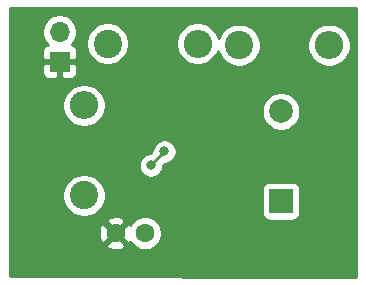
<source format=gbl>
%TF.GenerationSoftware,KiCad,Pcbnew,(5.1.6-0-10_14)*%
%TF.CreationDate,2020-09-05T01:35:09-04:00*%
%TF.ProjectId,solder_beep,736f6c64-6572-45f6-9265-65702e6b6963,rev?*%
%TF.SameCoordinates,Original*%
%TF.FileFunction,Copper,L2,Bot*%
%TF.FilePolarity,Positive*%
%FSLAX46Y46*%
G04 Gerber Fmt 4.6, Leading zero omitted, Abs format (unit mm)*
G04 Created by KiCad (PCBNEW (5.1.6-0-10_14)) date 2020-09-05 01:35:09*
%MOMM*%
%LPD*%
G01*
G04 APERTURE LIST*
%TA.AperFunction,ComponentPad*%
%ADD10O,2.400000X2.400000*%
%TD*%
%TA.AperFunction,ComponentPad*%
%ADD11C,2.400000*%
%TD*%
%TA.AperFunction,ComponentPad*%
%ADD12C,1.600000*%
%TD*%
%TA.AperFunction,ComponentPad*%
%ADD13O,1.700000X1.700000*%
%TD*%
%TA.AperFunction,ComponentPad*%
%ADD14R,1.700000X1.700000*%
%TD*%
%TA.AperFunction,ComponentPad*%
%ADD15C,2.000000*%
%TD*%
%TA.AperFunction,ComponentPad*%
%ADD16R,2.000000X2.000000*%
%TD*%
%TA.AperFunction,ViaPad*%
%ADD17C,0.800000*%
%TD*%
%TA.AperFunction,Conductor*%
%ADD18C,0.250000*%
%TD*%
%TA.AperFunction,Conductor*%
%ADD19C,0.254000*%
%TD*%
G04 APERTURE END LIST*
D10*
%TO.P,R2,2*%
%TO.N,VCC*%
X32572960Y14996160D03*
D11*
%TO.P,R2,1*%
%TO.N,Net-(D2-Pad2)*%
X32572960Y7376160D03*
%TD*%
D10*
%TO.P,R3,2*%
%TO.N,Net-(R1-Pad1)*%
X42199560Y20228560D03*
D11*
%TO.P,R3,1*%
%TO.N,VCC*%
X34579560Y20228560D03*
%TD*%
D10*
%TO.P,R1,2*%
%TO.N,Net-(C1-Pad1)*%
X53324760Y20091400D03*
D11*
%TO.P,R1,1*%
%TO.N,Net-(R1-Pad1)*%
X45704760Y20091400D03*
%TD*%
D12*
%TO.P,C1,2*%
%TO.N,GND*%
X35249480Y4175760D03*
%TO.P,C1,1*%
%TO.N,Net-(C1-Pad1)*%
X37749480Y4175760D03*
%TD*%
D13*
%TO.P,J1,2*%
%TO.N,VCC*%
X30515560Y21229320D03*
D14*
%TO.P,J1,1*%
%TO.N,GND*%
X30515560Y18689320D03*
%TD*%
D15*
%TO.P,BZ1,2*%
%TO.N,VCC*%
X49265840Y14488480D03*
D16*
%TO.P,BZ1,1*%
%TO.N,Net-(BZ1-Pad1)*%
X49265840Y6888480D03*
%TD*%
D17*
%TO.N,Net-(C1-Pad1)*%
X38245111Y9924111D03*
X39385240Y11099800D03*
%TD*%
D18*
%TO.N,Net-(C1-Pad1)*%
X38245111Y9959671D02*
X39385240Y11099800D01*
X38245111Y9924111D02*
X38245111Y9959671D01*
%TD*%
D19*
%TO.N,GND*%
G36*
X55600443Y23231789D02*
G01*
X55581238Y493458D01*
X26354083Y542068D01*
X26351851Y3183058D01*
X34436383Y3183058D01*
X34507966Y2939089D01*
X34763476Y2818189D01*
X35037664Y2749460D01*
X35319992Y2735543D01*
X35599610Y2776973D01*
X35865772Y2872157D01*
X35990994Y2939089D01*
X36062577Y3183058D01*
X35249480Y3996155D01*
X34436383Y3183058D01*
X26351851Y3183058D01*
X26351071Y4105248D01*
X33809263Y4105248D01*
X33850693Y3825630D01*
X33945877Y3559468D01*
X34012809Y3434246D01*
X34256778Y3362663D01*
X35069875Y4175760D01*
X35429085Y4175760D01*
X36242182Y3362663D01*
X36486151Y3434246D01*
X36499804Y3463101D01*
X36634843Y3261001D01*
X36834721Y3061123D01*
X37069753Y2904080D01*
X37330906Y2795907D01*
X37608145Y2740760D01*
X37890815Y2740760D01*
X38168054Y2795907D01*
X38429207Y2904080D01*
X38664239Y3061123D01*
X38864117Y3261001D01*
X39021160Y3496033D01*
X39129333Y3757186D01*
X39184480Y4034425D01*
X39184480Y4317095D01*
X39129333Y4594334D01*
X39021160Y4855487D01*
X38864117Y5090519D01*
X38664239Y5290397D01*
X38429207Y5447440D01*
X38168054Y5555613D01*
X37890815Y5610760D01*
X37608145Y5610760D01*
X37330906Y5555613D01*
X37069753Y5447440D01*
X36834721Y5290397D01*
X36634843Y5090519D01*
X36500788Y4889891D01*
X36486151Y4917274D01*
X36242182Y4988857D01*
X35429085Y4175760D01*
X35069875Y4175760D01*
X34256778Y4988857D01*
X34012809Y4917274D01*
X33891909Y4661764D01*
X33823180Y4387576D01*
X33809263Y4105248D01*
X26351071Y4105248D01*
X26350172Y5168462D01*
X34436383Y5168462D01*
X35249480Y4355365D01*
X36062577Y5168462D01*
X35990994Y5412431D01*
X35735484Y5533331D01*
X35461296Y5602060D01*
X35178968Y5615977D01*
X34899350Y5574547D01*
X34633188Y5479363D01*
X34507966Y5412431D01*
X34436383Y5168462D01*
X26350172Y5168462D01*
X26348152Y7556892D01*
X30737960Y7556892D01*
X30737960Y7195428D01*
X30808478Y6840910D01*
X30946804Y6506961D01*
X31147622Y6206416D01*
X31403216Y5950822D01*
X31703761Y5750004D01*
X32037710Y5611678D01*
X32392228Y5541160D01*
X32753692Y5541160D01*
X33108210Y5611678D01*
X33442159Y5750004D01*
X33742704Y5950822D01*
X33998298Y6206416D01*
X34199116Y6506961D01*
X34337442Y6840910D01*
X34407960Y7195428D01*
X34407960Y7556892D01*
X34342004Y7888480D01*
X47627768Y7888480D01*
X47627768Y5888480D01*
X47640028Y5763998D01*
X47676338Y5644300D01*
X47735303Y5533986D01*
X47814655Y5437295D01*
X47911346Y5357943D01*
X48021660Y5298978D01*
X48141358Y5262668D01*
X48265840Y5250408D01*
X50265840Y5250408D01*
X50390322Y5262668D01*
X50510020Y5298978D01*
X50620334Y5357943D01*
X50717025Y5437295D01*
X50796377Y5533986D01*
X50855342Y5644300D01*
X50891652Y5763998D01*
X50903912Y5888480D01*
X50903912Y7888480D01*
X50891652Y8012962D01*
X50855342Y8132660D01*
X50796377Y8242974D01*
X50717025Y8339665D01*
X50620334Y8419017D01*
X50510020Y8477982D01*
X50390322Y8514292D01*
X50265840Y8526552D01*
X48265840Y8526552D01*
X48141358Y8514292D01*
X48021660Y8477982D01*
X47911346Y8419017D01*
X47814655Y8339665D01*
X47735303Y8242974D01*
X47676338Y8132660D01*
X47640028Y8012962D01*
X47627768Y7888480D01*
X34342004Y7888480D01*
X34337442Y7911410D01*
X34199116Y8245359D01*
X33998298Y8545904D01*
X33742704Y8801498D01*
X33442159Y9002316D01*
X33108210Y9140642D01*
X32753692Y9211160D01*
X32392228Y9211160D01*
X32037710Y9140642D01*
X31703761Y9002316D01*
X31403216Y8801498D01*
X31147622Y8545904D01*
X30946804Y8245359D01*
X30808478Y7911410D01*
X30737960Y7556892D01*
X26348152Y7556892D01*
X26346065Y10026050D01*
X37210111Y10026050D01*
X37210111Y9822172D01*
X37249885Y9622213D01*
X37327906Y9433855D01*
X37441174Y9264337D01*
X37585337Y9120174D01*
X37754855Y9006906D01*
X37943213Y8928885D01*
X38143172Y8889111D01*
X38347050Y8889111D01*
X38547009Y8928885D01*
X38735367Y9006906D01*
X38904885Y9120174D01*
X39049048Y9264337D01*
X39162316Y9433855D01*
X39240337Y9622213D01*
X39280111Y9822172D01*
X39280111Y9919870D01*
X39425042Y10064800D01*
X39487179Y10064800D01*
X39687138Y10104574D01*
X39875496Y10182595D01*
X40045014Y10295863D01*
X40189177Y10440026D01*
X40302445Y10609544D01*
X40380466Y10797902D01*
X40420240Y10997861D01*
X40420240Y11201739D01*
X40380466Y11401698D01*
X40302445Y11590056D01*
X40189177Y11759574D01*
X40045014Y11903737D01*
X39875496Y12017005D01*
X39687138Y12095026D01*
X39487179Y12134800D01*
X39283301Y12134800D01*
X39083342Y12095026D01*
X38894984Y12017005D01*
X38725466Y11903737D01*
X38581303Y11759574D01*
X38468035Y11590056D01*
X38390014Y11401698D01*
X38350240Y11201739D01*
X38350240Y11139602D01*
X38169750Y10959111D01*
X38143172Y10959111D01*
X37943213Y10919337D01*
X37754855Y10841316D01*
X37585337Y10728048D01*
X37441174Y10583885D01*
X37327906Y10414367D01*
X37249885Y10226009D01*
X37210111Y10026050D01*
X26346065Y10026050D01*
X26341710Y15176892D01*
X30737960Y15176892D01*
X30737960Y14815428D01*
X30808478Y14460910D01*
X30946804Y14126961D01*
X31147622Y13826416D01*
X31403216Y13570822D01*
X31703761Y13370004D01*
X32037710Y13231678D01*
X32392228Y13161160D01*
X32753692Y13161160D01*
X33108210Y13231678D01*
X33442159Y13370004D01*
X33742704Y13570822D01*
X33998298Y13826416D01*
X34199116Y14126961D01*
X34337442Y14460910D01*
X34374957Y14649513D01*
X47630840Y14649513D01*
X47630840Y14327447D01*
X47693672Y14011568D01*
X47816922Y13714017D01*
X47995853Y13446228D01*
X48223588Y13218493D01*
X48491377Y13039562D01*
X48788928Y12916312D01*
X49104807Y12853480D01*
X49426873Y12853480D01*
X49742752Y12916312D01*
X50040303Y13039562D01*
X50308092Y13218493D01*
X50535827Y13446228D01*
X50714758Y13714017D01*
X50838008Y14011568D01*
X50900840Y14327447D01*
X50900840Y14649513D01*
X50838008Y14965392D01*
X50714758Y15262943D01*
X50535827Y15530732D01*
X50308092Y15758467D01*
X50040303Y15937398D01*
X49742752Y16060648D01*
X49426873Y16123480D01*
X49104807Y16123480D01*
X48788928Y16060648D01*
X48491377Y15937398D01*
X48223588Y15758467D01*
X47995853Y15530732D01*
X47816922Y15262943D01*
X47693672Y14965392D01*
X47630840Y14649513D01*
X34374957Y14649513D01*
X34407960Y14815428D01*
X34407960Y15176892D01*
X34337442Y15531410D01*
X34199116Y15865359D01*
X33998298Y16165904D01*
X33742704Y16421498D01*
X33442159Y16622316D01*
X33108210Y16760642D01*
X32753692Y16831160D01*
X32392228Y16831160D01*
X32037710Y16760642D01*
X31703761Y16622316D01*
X31403216Y16421498D01*
X31147622Y16165904D01*
X30946804Y15865359D01*
X30808478Y15531410D01*
X30737960Y15176892D01*
X26341710Y15176892D01*
X26339458Y17839320D01*
X29027488Y17839320D01*
X29039748Y17714838D01*
X29076058Y17595140D01*
X29135023Y17484826D01*
X29214375Y17388135D01*
X29311066Y17308783D01*
X29421380Y17249818D01*
X29541078Y17213508D01*
X29665560Y17201248D01*
X30229810Y17204320D01*
X30388560Y17363070D01*
X30388560Y18562320D01*
X30642560Y18562320D01*
X30642560Y17363070D01*
X30801310Y17204320D01*
X31365560Y17201248D01*
X31490042Y17213508D01*
X31609740Y17249818D01*
X31720054Y17308783D01*
X31816745Y17388135D01*
X31896097Y17484826D01*
X31955062Y17595140D01*
X31991372Y17714838D01*
X32003632Y17839320D01*
X32000560Y18403570D01*
X31841810Y18562320D01*
X30642560Y18562320D01*
X30388560Y18562320D01*
X29189310Y18562320D01*
X29030560Y18403570D01*
X29027488Y17839320D01*
X26339458Y17839320D01*
X26338021Y19539320D01*
X29027488Y19539320D01*
X29030560Y18975070D01*
X29189310Y18816320D01*
X30388560Y18816320D01*
X30388560Y18836320D01*
X30642560Y18836320D01*
X30642560Y18816320D01*
X31841810Y18816320D01*
X32000560Y18975070D01*
X32003632Y19539320D01*
X31991372Y19663802D01*
X31955062Y19783500D01*
X31896097Y19893814D01*
X31816745Y19990505D01*
X31720054Y20069857D01*
X31609740Y20128822D01*
X31537180Y20150833D01*
X31669035Y20282688D01*
X31753629Y20409292D01*
X32744560Y20409292D01*
X32744560Y20047828D01*
X32815078Y19693310D01*
X32953404Y19359361D01*
X33154222Y19058816D01*
X33409816Y18803222D01*
X33710361Y18602404D01*
X34044310Y18464078D01*
X34398828Y18393560D01*
X34760292Y18393560D01*
X35114810Y18464078D01*
X35448759Y18602404D01*
X35749304Y18803222D01*
X36004898Y19058816D01*
X36205716Y19359361D01*
X36344042Y19693310D01*
X36414560Y20047828D01*
X36414560Y20409292D01*
X40364560Y20409292D01*
X40364560Y20047828D01*
X40435078Y19693310D01*
X40573404Y19359361D01*
X40774222Y19058816D01*
X41029816Y18803222D01*
X41330361Y18602404D01*
X41664310Y18464078D01*
X42018828Y18393560D01*
X42380292Y18393560D01*
X42734810Y18464078D01*
X43068759Y18602404D01*
X43369304Y18803222D01*
X43624898Y19058816D01*
X43825716Y19359361D01*
X43929556Y19610053D01*
X43940278Y19556150D01*
X44078604Y19222201D01*
X44279422Y18921656D01*
X44535016Y18666062D01*
X44835561Y18465244D01*
X45169510Y18326918D01*
X45524028Y18256400D01*
X45885492Y18256400D01*
X46240010Y18326918D01*
X46573959Y18465244D01*
X46874504Y18666062D01*
X47130098Y18921656D01*
X47330916Y19222201D01*
X47469242Y19556150D01*
X47539760Y19910668D01*
X47539760Y20272132D01*
X51489760Y20272132D01*
X51489760Y19910668D01*
X51560278Y19556150D01*
X51698604Y19222201D01*
X51899422Y18921656D01*
X52155016Y18666062D01*
X52455561Y18465244D01*
X52789510Y18326918D01*
X53144028Y18256400D01*
X53505492Y18256400D01*
X53860010Y18326918D01*
X54193959Y18465244D01*
X54494504Y18666062D01*
X54750098Y18921656D01*
X54950916Y19222201D01*
X55089242Y19556150D01*
X55159760Y19910668D01*
X55159760Y20272132D01*
X55089242Y20626650D01*
X54950916Y20960599D01*
X54750098Y21261144D01*
X54494504Y21516738D01*
X54193959Y21717556D01*
X53860010Y21855882D01*
X53505492Y21926400D01*
X53144028Y21926400D01*
X52789510Y21855882D01*
X52455561Y21717556D01*
X52155016Y21516738D01*
X51899422Y21261144D01*
X51698604Y20960599D01*
X51560278Y20626650D01*
X51489760Y20272132D01*
X47539760Y20272132D01*
X47469242Y20626650D01*
X47330916Y20960599D01*
X47130098Y21261144D01*
X46874504Y21516738D01*
X46573959Y21717556D01*
X46240010Y21855882D01*
X45885492Y21926400D01*
X45524028Y21926400D01*
X45169510Y21855882D01*
X44835561Y21717556D01*
X44535016Y21516738D01*
X44279422Y21261144D01*
X44078604Y20960599D01*
X43974764Y20709907D01*
X43964042Y20763810D01*
X43825716Y21097759D01*
X43624898Y21398304D01*
X43369304Y21653898D01*
X43068759Y21854716D01*
X42734810Y21993042D01*
X42380292Y22063560D01*
X42018828Y22063560D01*
X41664310Y21993042D01*
X41330361Y21854716D01*
X41029816Y21653898D01*
X40774222Y21398304D01*
X40573404Y21097759D01*
X40435078Y20763810D01*
X40364560Y20409292D01*
X36414560Y20409292D01*
X36344042Y20763810D01*
X36205716Y21097759D01*
X36004898Y21398304D01*
X35749304Y21653898D01*
X35448759Y21854716D01*
X35114810Y21993042D01*
X34760292Y22063560D01*
X34398828Y22063560D01*
X34044310Y21993042D01*
X33710361Y21854716D01*
X33409816Y21653898D01*
X33154222Y21398304D01*
X32953404Y21097759D01*
X32815078Y20763810D01*
X32744560Y20409292D01*
X31753629Y20409292D01*
X31831550Y20525909D01*
X31943492Y20796162D01*
X32000560Y21083060D01*
X32000560Y21375580D01*
X31943492Y21662478D01*
X31831550Y21932731D01*
X31669035Y22175952D01*
X31462192Y22382795D01*
X31218971Y22545310D01*
X30948718Y22657252D01*
X30661820Y22714320D01*
X30369300Y22714320D01*
X30082402Y22657252D01*
X29812149Y22545310D01*
X29568928Y22382795D01*
X29362085Y22175952D01*
X29199570Y21932731D01*
X29087628Y21662478D01*
X29030560Y21375580D01*
X29030560Y21083060D01*
X29087628Y20796162D01*
X29199570Y20525909D01*
X29362085Y20282688D01*
X29493940Y20150833D01*
X29421380Y20128822D01*
X29311066Y20069857D01*
X29214375Y19990505D01*
X29135023Y19893814D01*
X29076058Y19783500D01*
X29039748Y19663802D01*
X29027488Y19539320D01*
X26338021Y19539320D01*
X26334878Y23256092D01*
X55600443Y23231789D01*
G37*
X55600443Y23231789D02*
X55581238Y493458D01*
X26354083Y542068D01*
X26351851Y3183058D01*
X34436383Y3183058D01*
X34507966Y2939089D01*
X34763476Y2818189D01*
X35037664Y2749460D01*
X35319992Y2735543D01*
X35599610Y2776973D01*
X35865772Y2872157D01*
X35990994Y2939089D01*
X36062577Y3183058D01*
X35249480Y3996155D01*
X34436383Y3183058D01*
X26351851Y3183058D01*
X26351071Y4105248D01*
X33809263Y4105248D01*
X33850693Y3825630D01*
X33945877Y3559468D01*
X34012809Y3434246D01*
X34256778Y3362663D01*
X35069875Y4175760D01*
X35429085Y4175760D01*
X36242182Y3362663D01*
X36486151Y3434246D01*
X36499804Y3463101D01*
X36634843Y3261001D01*
X36834721Y3061123D01*
X37069753Y2904080D01*
X37330906Y2795907D01*
X37608145Y2740760D01*
X37890815Y2740760D01*
X38168054Y2795907D01*
X38429207Y2904080D01*
X38664239Y3061123D01*
X38864117Y3261001D01*
X39021160Y3496033D01*
X39129333Y3757186D01*
X39184480Y4034425D01*
X39184480Y4317095D01*
X39129333Y4594334D01*
X39021160Y4855487D01*
X38864117Y5090519D01*
X38664239Y5290397D01*
X38429207Y5447440D01*
X38168054Y5555613D01*
X37890815Y5610760D01*
X37608145Y5610760D01*
X37330906Y5555613D01*
X37069753Y5447440D01*
X36834721Y5290397D01*
X36634843Y5090519D01*
X36500788Y4889891D01*
X36486151Y4917274D01*
X36242182Y4988857D01*
X35429085Y4175760D01*
X35069875Y4175760D01*
X34256778Y4988857D01*
X34012809Y4917274D01*
X33891909Y4661764D01*
X33823180Y4387576D01*
X33809263Y4105248D01*
X26351071Y4105248D01*
X26350172Y5168462D01*
X34436383Y5168462D01*
X35249480Y4355365D01*
X36062577Y5168462D01*
X35990994Y5412431D01*
X35735484Y5533331D01*
X35461296Y5602060D01*
X35178968Y5615977D01*
X34899350Y5574547D01*
X34633188Y5479363D01*
X34507966Y5412431D01*
X34436383Y5168462D01*
X26350172Y5168462D01*
X26348152Y7556892D01*
X30737960Y7556892D01*
X30737960Y7195428D01*
X30808478Y6840910D01*
X30946804Y6506961D01*
X31147622Y6206416D01*
X31403216Y5950822D01*
X31703761Y5750004D01*
X32037710Y5611678D01*
X32392228Y5541160D01*
X32753692Y5541160D01*
X33108210Y5611678D01*
X33442159Y5750004D01*
X33742704Y5950822D01*
X33998298Y6206416D01*
X34199116Y6506961D01*
X34337442Y6840910D01*
X34407960Y7195428D01*
X34407960Y7556892D01*
X34342004Y7888480D01*
X47627768Y7888480D01*
X47627768Y5888480D01*
X47640028Y5763998D01*
X47676338Y5644300D01*
X47735303Y5533986D01*
X47814655Y5437295D01*
X47911346Y5357943D01*
X48021660Y5298978D01*
X48141358Y5262668D01*
X48265840Y5250408D01*
X50265840Y5250408D01*
X50390322Y5262668D01*
X50510020Y5298978D01*
X50620334Y5357943D01*
X50717025Y5437295D01*
X50796377Y5533986D01*
X50855342Y5644300D01*
X50891652Y5763998D01*
X50903912Y5888480D01*
X50903912Y7888480D01*
X50891652Y8012962D01*
X50855342Y8132660D01*
X50796377Y8242974D01*
X50717025Y8339665D01*
X50620334Y8419017D01*
X50510020Y8477982D01*
X50390322Y8514292D01*
X50265840Y8526552D01*
X48265840Y8526552D01*
X48141358Y8514292D01*
X48021660Y8477982D01*
X47911346Y8419017D01*
X47814655Y8339665D01*
X47735303Y8242974D01*
X47676338Y8132660D01*
X47640028Y8012962D01*
X47627768Y7888480D01*
X34342004Y7888480D01*
X34337442Y7911410D01*
X34199116Y8245359D01*
X33998298Y8545904D01*
X33742704Y8801498D01*
X33442159Y9002316D01*
X33108210Y9140642D01*
X32753692Y9211160D01*
X32392228Y9211160D01*
X32037710Y9140642D01*
X31703761Y9002316D01*
X31403216Y8801498D01*
X31147622Y8545904D01*
X30946804Y8245359D01*
X30808478Y7911410D01*
X30737960Y7556892D01*
X26348152Y7556892D01*
X26346065Y10026050D01*
X37210111Y10026050D01*
X37210111Y9822172D01*
X37249885Y9622213D01*
X37327906Y9433855D01*
X37441174Y9264337D01*
X37585337Y9120174D01*
X37754855Y9006906D01*
X37943213Y8928885D01*
X38143172Y8889111D01*
X38347050Y8889111D01*
X38547009Y8928885D01*
X38735367Y9006906D01*
X38904885Y9120174D01*
X39049048Y9264337D01*
X39162316Y9433855D01*
X39240337Y9622213D01*
X39280111Y9822172D01*
X39280111Y9919870D01*
X39425042Y10064800D01*
X39487179Y10064800D01*
X39687138Y10104574D01*
X39875496Y10182595D01*
X40045014Y10295863D01*
X40189177Y10440026D01*
X40302445Y10609544D01*
X40380466Y10797902D01*
X40420240Y10997861D01*
X40420240Y11201739D01*
X40380466Y11401698D01*
X40302445Y11590056D01*
X40189177Y11759574D01*
X40045014Y11903737D01*
X39875496Y12017005D01*
X39687138Y12095026D01*
X39487179Y12134800D01*
X39283301Y12134800D01*
X39083342Y12095026D01*
X38894984Y12017005D01*
X38725466Y11903737D01*
X38581303Y11759574D01*
X38468035Y11590056D01*
X38390014Y11401698D01*
X38350240Y11201739D01*
X38350240Y11139602D01*
X38169750Y10959111D01*
X38143172Y10959111D01*
X37943213Y10919337D01*
X37754855Y10841316D01*
X37585337Y10728048D01*
X37441174Y10583885D01*
X37327906Y10414367D01*
X37249885Y10226009D01*
X37210111Y10026050D01*
X26346065Y10026050D01*
X26341710Y15176892D01*
X30737960Y15176892D01*
X30737960Y14815428D01*
X30808478Y14460910D01*
X30946804Y14126961D01*
X31147622Y13826416D01*
X31403216Y13570822D01*
X31703761Y13370004D01*
X32037710Y13231678D01*
X32392228Y13161160D01*
X32753692Y13161160D01*
X33108210Y13231678D01*
X33442159Y13370004D01*
X33742704Y13570822D01*
X33998298Y13826416D01*
X34199116Y14126961D01*
X34337442Y14460910D01*
X34374957Y14649513D01*
X47630840Y14649513D01*
X47630840Y14327447D01*
X47693672Y14011568D01*
X47816922Y13714017D01*
X47995853Y13446228D01*
X48223588Y13218493D01*
X48491377Y13039562D01*
X48788928Y12916312D01*
X49104807Y12853480D01*
X49426873Y12853480D01*
X49742752Y12916312D01*
X50040303Y13039562D01*
X50308092Y13218493D01*
X50535827Y13446228D01*
X50714758Y13714017D01*
X50838008Y14011568D01*
X50900840Y14327447D01*
X50900840Y14649513D01*
X50838008Y14965392D01*
X50714758Y15262943D01*
X50535827Y15530732D01*
X50308092Y15758467D01*
X50040303Y15937398D01*
X49742752Y16060648D01*
X49426873Y16123480D01*
X49104807Y16123480D01*
X48788928Y16060648D01*
X48491377Y15937398D01*
X48223588Y15758467D01*
X47995853Y15530732D01*
X47816922Y15262943D01*
X47693672Y14965392D01*
X47630840Y14649513D01*
X34374957Y14649513D01*
X34407960Y14815428D01*
X34407960Y15176892D01*
X34337442Y15531410D01*
X34199116Y15865359D01*
X33998298Y16165904D01*
X33742704Y16421498D01*
X33442159Y16622316D01*
X33108210Y16760642D01*
X32753692Y16831160D01*
X32392228Y16831160D01*
X32037710Y16760642D01*
X31703761Y16622316D01*
X31403216Y16421498D01*
X31147622Y16165904D01*
X30946804Y15865359D01*
X30808478Y15531410D01*
X30737960Y15176892D01*
X26341710Y15176892D01*
X26339458Y17839320D01*
X29027488Y17839320D01*
X29039748Y17714838D01*
X29076058Y17595140D01*
X29135023Y17484826D01*
X29214375Y17388135D01*
X29311066Y17308783D01*
X29421380Y17249818D01*
X29541078Y17213508D01*
X29665560Y17201248D01*
X30229810Y17204320D01*
X30388560Y17363070D01*
X30388560Y18562320D01*
X30642560Y18562320D01*
X30642560Y17363070D01*
X30801310Y17204320D01*
X31365560Y17201248D01*
X31490042Y17213508D01*
X31609740Y17249818D01*
X31720054Y17308783D01*
X31816745Y17388135D01*
X31896097Y17484826D01*
X31955062Y17595140D01*
X31991372Y17714838D01*
X32003632Y17839320D01*
X32000560Y18403570D01*
X31841810Y18562320D01*
X30642560Y18562320D01*
X30388560Y18562320D01*
X29189310Y18562320D01*
X29030560Y18403570D01*
X29027488Y17839320D01*
X26339458Y17839320D01*
X26338021Y19539320D01*
X29027488Y19539320D01*
X29030560Y18975070D01*
X29189310Y18816320D01*
X30388560Y18816320D01*
X30388560Y18836320D01*
X30642560Y18836320D01*
X30642560Y18816320D01*
X31841810Y18816320D01*
X32000560Y18975070D01*
X32003632Y19539320D01*
X31991372Y19663802D01*
X31955062Y19783500D01*
X31896097Y19893814D01*
X31816745Y19990505D01*
X31720054Y20069857D01*
X31609740Y20128822D01*
X31537180Y20150833D01*
X31669035Y20282688D01*
X31753629Y20409292D01*
X32744560Y20409292D01*
X32744560Y20047828D01*
X32815078Y19693310D01*
X32953404Y19359361D01*
X33154222Y19058816D01*
X33409816Y18803222D01*
X33710361Y18602404D01*
X34044310Y18464078D01*
X34398828Y18393560D01*
X34760292Y18393560D01*
X35114810Y18464078D01*
X35448759Y18602404D01*
X35749304Y18803222D01*
X36004898Y19058816D01*
X36205716Y19359361D01*
X36344042Y19693310D01*
X36414560Y20047828D01*
X36414560Y20409292D01*
X40364560Y20409292D01*
X40364560Y20047828D01*
X40435078Y19693310D01*
X40573404Y19359361D01*
X40774222Y19058816D01*
X41029816Y18803222D01*
X41330361Y18602404D01*
X41664310Y18464078D01*
X42018828Y18393560D01*
X42380292Y18393560D01*
X42734810Y18464078D01*
X43068759Y18602404D01*
X43369304Y18803222D01*
X43624898Y19058816D01*
X43825716Y19359361D01*
X43929556Y19610053D01*
X43940278Y19556150D01*
X44078604Y19222201D01*
X44279422Y18921656D01*
X44535016Y18666062D01*
X44835561Y18465244D01*
X45169510Y18326918D01*
X45524028Y18256400D01*
X45885492Y18256400D01*
X46240010Y18326918D01*
X46573959Y18465244D01*
X46874504Y18666062D01*
X47130098Y18921656D01*
X47330916Y19222201D01*
X47469242Y19556150D01*
X47539760Y19910668D01*
X47539760Y20272132D01*
X51489760Y20272132D01*
X51489760Y19910668D01*
X51560278Y19556150D01*
X51698604Y19222201D01*
X51899422Y18921656D01*
X52155016Y18666062D01*
X52455561Y18465244D01*
X52789510Y18326918D01*
X53144028Y18256400D01*
X53505492Y18256400D01*
X53860010Y18326918D01*
X54193959Y18465244D01*
X54494504Y18666062D01*
X54750098Y18921656D01*
X54950916Y19222201D01*
X55089242Y19556150D01*
X55159760Y19910668D01*
X55159760Y20272132D01*
X55089242Y20626650D01*
X54950916Y20960599D01*
X54750098Y21261144D01*
X54494504Y21516738D01*
X54193959Y21717556D01*
X53860010Y21855882D01*
X53505492Y21926400D01*
X53144028Y21926400D01*
X52789510Y21855882D01*
X52455561Y21717556D01*
X52155016Y21516738D01*
X51899422Y21261144D01*
X51698604Y20960599D01*
X51560278Y20626650D01*
X51489760Y20272132D01*
X47539760Y20272132D01*
X47469242Y20626650D01*
X47330916Y20960599D01*
X47130098Y21261144D01*
X46874504Y21516738D01*
X46573959Y21717556D01*
X46240010Y21855882D01*
X45885492Y21926400D01*
X45524028Y21926400D01*
X45169510Y21855882D01*
X44835561Y21717556D01*
X44535016Y21516738D01*
X44279422Y21261144D01*
X44078604Y20960599D01*
X43974764Y20709907D01*
X43964042Y20763810D01*
X43825716Y21097759D01*
X43624898Y21398304D01*
X43369304Y21653898D01*
X43068759Y21854716D01*
X42734810Y21993042D01*
X42380292Y22063560D01*
X42018828Y22063560D01*
X41664310Y21993042D01*
X41330361Y21854716D01*
X41029816Y21653898D01*
X40774222Y21398304D01*
X40573404Y21097759D01*
X40435078Y20763810D01*
X40364560Y20409292D01*
X36414560Y20409292D01*
X36344042Y20763810D01*
X36205716Y21097759D01*
X36004898Y21398304D01*
X35749304Y21653898D01*
X35448759Y21854716D01*
X35114810Y21993042D01*
X34760292Y22063560D01*
X34398828Y22063560D01*
X34044310Y21993042D01*
X33710361Y21854716D01*
X33409816Y21653898D01*
X33154222Y21398304D01*
X32953404Y21097759D01*
X32815078Y20763810D01*
X32744560Y20409292D01*
X31753629Y20409292D01*
X31831550Y20525909D01*
X31943492Y20796162D01*
X32000560Y21083060D01*
X32000560Y21375580D01*
X31943492Y21662478D01*
X31831550Y21932731D01*
X31669035Y22175952D01*
X31462192Y22382795D01*
X31218971Y22545310D01*
X30948718Y22657252D01*
X30661820Y22714320D01*
X30369300Y22714320D01*
X30082402Y22657252D01*
X29812149Y22545310D01*
X29568928Y22382795D01*
X29362085Y22175952D01*
X29199570Y21932731D01*
X29087628Y21662478D01*
X29030560Y21375580D01*
X29030560Y21083060D01*
X29087628Y20796162D01*
X29199570Y20525909D01*
X29362085Y20282688D01*
X29493940Y20150833D01*
X29421380Y20128822D01*
X29311066Y20069857D01*
X29214375Y19990505D01*
X29135023Y19893814D01*
X29076058Y19783500D01*
X29039748Y19663802D01*
X29027488Y19539320D01*
X26338021Y19539320D01*
X26334878Y23256092D01*
X55600443Y23231789D01*
%TD*%
M02*

</source>
